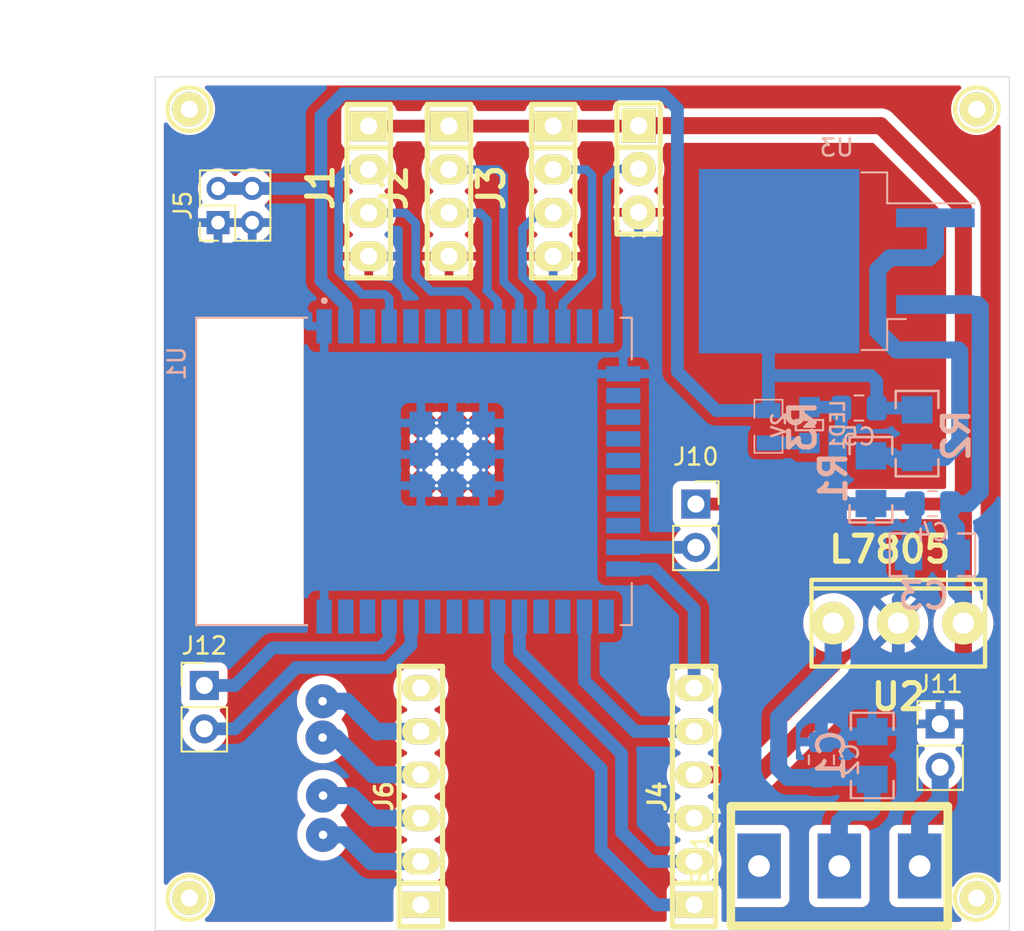
<source format=kicad_pcb>
(kicad_pcb (version 20211014) (generator pcbnew)
  (layers (0 "F.Cu" signal) (31 "B.Cu" signal) (34 "B.Paste" user) (35 "F.Paste" user) (36 "B.SilkS" user "B.Silkscreen") (37 "F.SilkS" user "F.Silkscreen") (38 "B.Mask" user) (39 "F.Mask" user) (44 "Edge.Cuts" user))
  (net 0 "")
  (net 1 "GND")
  (net 2 "+5V")
  (net 3 "/OUT1")
  (net 4 "/OUT2")
  (net 5 "/OUT3")
  (net 6 "/OUT4")
  (net 7 "/Echo")
  (net 8 "/Trig2")
  (net 9 "/Echo2")
  (net 10 "/Trig3")
  (net 11 "/Echo3")
  (net 14 "Net-(LED1-Pad1)")
  (net 15 "/IN1")
  (net 16 "/IN2")
  (net 17 "/IN3")
  (net 18 "+7.5V")
  (net 19 "/OUT_IR1")
  (net 20 "+3V3")
  (net 24 "Net-(R1-Pad1)")
  (net 31 "/BOTON")
  (net 33 "/IN4")
  (net 40 "/TX")
  (net 41 "/RX")
  (net 47 "/Trig1")
  (footprint "Connector_PinHeader_2.00mm:PinHeader_2x02_P2.00mm_Vertical" (layer "F.Cu") (at 143.68 83.54 90)
    (fp_text reference "J5" (at 1 -2.06 90) (layer "F.SilkS"))
    (fp_text value "Alimentadores")
    (fp_line (start -1.06 -1.06) (end 0 -1.06) (layer "F.SilkS") (width 0.12))
    (fp_line (start -1.06 3.06) (end 3.06 3.06) (layer "F.SilkS") (width 0.12))
    (fp_line (start 1 1) (end 1 -1.06) (layer "F.SilkS") (width 0.12))
    (fp_line (start -1.06 1) (end -1.06 3.06) (layer "F.SilkS") (width 0.12))
    (fp_line (start -1.06 1) (end 1 1) (layer "F.SilkS") (width 0.12))
    (fp_line (start -1.06 0) (end -1.06 -1.06) (layer "F.SilkS") (width 0.12))
    (fp_line (start 3.06 -1.06) (end 3.06 3.06) (layer "F.SilkS") (width 0.12))
    (fp_line (start 1 -1.06) (end 3.06 -1.06) (layer "F.SilkS") (width 0.12))
    (pad "1" thru_hole rect (at 0 0 90) (size 1.35 1.35) (drill 0.8) (layers *.Cu *.Mask) (net 1 "GND"))
    (pad "2" thru_hole oval (at 2 0 90) (size 1.35 1.35) (drill 0.8) (layers *.Cu *.Mask) (net 20 "+3V3"))
    (pad "3" thru_hole oval (at 0 2 90) (size 1.35 1.35) (drill 0.8) (layers *.Cu *.Mask) (net 1 "GND"))
    (pad "4" thru_hole oval (at 2 2 90) (size 1.35 1.35) (drill 0.8) (layers *.Cu *.Mask) (net 20 "+3V3"))
  )
  (footprint "Connector_PinHeader_2.54mm:PinHeader_1x02_P2.54mm_Vertical" (layer "F.Cu") (at 185.95 112.9)
    (fp_text reference "J11" (at 0 -2.33) (layer "F.SilkS"))
    (fp_text value "Alimentacion")
    (fp_line (start -1.33 3.87) (end 1.33 3.87) (layer "F.SilkS") (width 0.12))
    (fp_line (start -1.33 0) (end -1.33 -1.33) (layer "F.SilkS") (width 0.12))
    (fp_line (start -1.33 1.27) (end -1.33 3.87) (layer "F.SilkS") (width 0.12))
    (fp_line (start 1.33 1.27) (end 1.33 3.87) (layer "F.SilkS") (width 0.12))
    (fp_line (start -1.33 1.27) (end 1.33 1.27) (layer "F.SilkS") (width 0.12))
    (fp_line (start -1.33 -1.33) (end 0 -1.33) (layer "F.SilkS") (width 0.12))
    (pad "1" thru_hole rect (at 0 0) (size 1.7 1.7) (drill 1) (layers *.Cu *.Mask) (net 1 "GND"))
    (pad "2" thru_hole oval (at 0 2.54) (size 1.7 1.7) (drill 1) (layers *.Cu *.Mask) (net 18 "+7.5V"))
  )
  (footprint "EESTN5:pad_2mm" (layer "F.Cu") (at 188.1 123.1)
    (fp_text reference "H3" hide)
    (fp_text value "Mounting_Hole" hide)
    (fp_circle (center 0 0) (end 1.27 -0.127) (layer "F.SilkS") (width 0.254) (fill none))
    (pad "1" thru_hole circle locked (at 0 0) (size 1.99898 1.99898) (drill 1.00076) (layers *.Cu *.Mask "F.SilkS"))
  )
  (footprint "EESTN5:Pin_Strip_3" (layer "F.Cu") (at 168.3 80.4 -90)
    (fp_text reference "J9" hide)
    (fp_text value "KY_032" hide)
    (fp_line (start -1.27 -1.27) (end -1.27 1.27) (layer "F.SilkS") (width 0.3048))
    (fp_line (start -3.81 -1.27) (end -3.81 1.27) (layer "F.SilkS") (width 0.3048))
    (fp_line (start 3.81 -1.27) (end 3.81 1.27) (layer "F.SilkS") (width 0.3048))
    (fp_line (start -3.81 -1.27) (end 3.81 -1.27) (layer "F.SilkS") (width 0.3048))
    (fp_line (start 3.81 1.27) (end -3.81 1.27) (layer "F.SilkS") (width 0.3048))
    (pad "1" thru_hole rect locked (at -2.54 0 270) (size 2 2) (drill 1) (layers *.Cu *.Mask "F.SilkS") (net 2 "+5V"))
    (pad "2" thru_hole oval locked (at 0 0 270) (size 2 2) (drill 1) (layers *.Cu *.Mask "F.SilkS") (net 19 "/OUT_IR1"))
    (pad "3" thru_hole oval locked (at 2.54 0 270) (size 2 2) (drill 1) (layers *.Cu *.Mask "F.SilkS") (net 1 "GND"))
  )
  (footprint "Connector_PinHeader_2.54mm:PinHeader_1x02_P2.54mm_Vertical" (layer "F.Cu") (at 142.875 110.65)
    (fp_text reference "J12" (at 0 -2.33) (layer "F.SilkS"))
    (fp_text value "Programar")
    (fp_line (start -1.33 0) (end -1.33 -1.33) (layer "F.SilkS") (width 0.12))
    (fp_line (start -1.33 1.27) (end -1.33 3.87) (layer "F.SilkS") (width 0.12))
    (fp_line (start 1.33 1.27) (end 1.33 3.87) (layer "F.SilkS") (width 0.12))
    (fp_line (start -1.33 3.87) (end 1.33 3.87) (layer "F.SilkS") (width 0.12))
    (fp_line (start -1.33 1.27) (end 1.33 1.27) (layer "F.SilkS") (width 0.12))
    (fp_line (start -1.33 -1.33) (end 0 -1.33) (layer "F.SilkS") (width 0.12))
    (pad "1" thru_hole rect (at 0 0) (size 1.7 1.7) (drill 1) (layers *.Cu *.Mask) (net 40 "/TX"))
    (pad "2" thru_hole oval (at 0 2.54) (size 1.7 1.7) (drill 1) (layers *.Cu *.Mask) (net 41 "/RX"))
  )
  (footprint "EESTN5:pad_2mm" (layer "F.Cu") (at 188.1 76.9)
    (fp_text reference "H4" hide)
    (fp_text value "Mounting_Hole" hide)
    (fp_circle (center 0 0) (end 1.27 -0.127) (layer "F.SilkS") (width 0.254) (fill none))
    (pad "1" thru_hole circle locked (at 0 0) (size 1.99898 1.99898) (drill 1.00076) (layers *.Cu *.Mask "F.SilkS"))
  )
  (footprint "EESTN5:Pin_Header_6" (layer "F.Cu") (at 155.55 117.15 90)
    (fp_text reference "J6" (at 0 -2.159 90) (layer "F.SilkS") (effects (font (size 1.016 1.016) (thickness 0.2032))))
    (fp_text value "Output of Drv8833" hide)
    (fp_line (start -7.62 1.27) (end -7.62 -1.27) (layer "F.SilkS") (width 0.3048))
    (fp_line (start -5.08 -1.27) (end -5.08 1.27) (layer "F.SilkS") (width 0.3048))
    (fp_line (start 7.62 -1.27) (end 7.62 1.27) (layer "F.SilkS") (width 0.3048))
    (fp_line (start 7.62 1.27) (end -7.62 1.27) (layer "F.SilkS") (width 0.3048))
    (fp_line (start -7.62 -1.27) (end 7.62 -1.27) (layer "F.SilkS") (width 0.3048))
    (pad "1" thru_hole rect locked (at -6.35 0 90) (size 1.524 2.19964) (drill 1.00076) (layers *.Cu *.Mask "F.SilkS"))
    (pad "2" thru_hole oval locked (at -3.81 0 90) (size 1.524 2.19964) (drill 1.00076) (layers *.Cu *.Mask "F.SilkS") (net 3 "/OUT1"))
    (pad "3" thru_hole oval locked (at -1.27 0 90) (size 1.524 2.19964) (drill 1.00076) (layers *.Cu *.Mask "F.SilkS") (net 4 "/OUT2"))
    (pad "4" thru_hole oval locked (at 1.27 0 90) (size 1.524 2.19964) (drill 1.00076) (layers *.Cu *.Mask "F.SilkS") (net 5 "/OUT3"))
    (pad "5" thru_hole oval locked (at 3.81 0 90) (size 1.524 2.19964) (drill 1.00076) (layers *.Cu *.Mask "F.SilkS") (net 6 "/OUT4"))
    (pad "6" thru_hole oval locked (at 6.35 0 90) (size 1.524 2.19964) (drill 1.00076) (layers *.Cu *.Mask "F.SilkS"))
  )
  (footprint "EESTN5:Pin_Header_6" (layer "F.Cu") (at 171.55 117.15 90)
    (fp_text reference "J4" (at 0 -2.159 90) (layer "F.SilkS") (effects (font (size 1.016 1.016) (thickness 0.2032))))
    (fp_text value "Input of Drv8833" hide)
    (fp_line (start 7.62 -1.27) (end 7.62 1.27) (layer "F.SilkS") (width 0.3048))
    (fp_line (start -5.08 -1.27) (end -5.08 1.27) (layer "F.SilkS") (width 0.3048))
    (fp_line (start -7.62 -1.27) (end 7.62 -1.27) (layer "F.SilkS") (width 0.3048))
    (fp_line (start 7.62 1.27) (end -7.62 1.27) (layer "F.SilkS") (width 0.3048))
    (fp_line (start -7.62 1.27) (end -7.62 -1.27) (layer "F.SilkS") (width 0.3048))
    (pad "1" thru_hole rect locked (at -6.35 0 90) (size 1.524 2.19964) (drill 1.00076) (layers *.Cu *.Mask "F.SilkS") (net 33 "/IN4"))
    (pad "2" thru_hole oval locked (at -3.81 0 90) (size 1.524 2.19964) (drill 1.00076) (layers *.Cu *.Mask "F.SilkS") (net 17 "/IN3"))
    (pad "3" thru_hole oval locked (at -1.27 0 90) (size 1.524 2.19964) (drill 1.00076) (layers *.Cu *.Mask "F.SilkS") (net 1 "GND"))
    (pad "4" thru_hole oval locked (at 1.27 0 90) (size 1.524 2.19964) (drill 1.00076) (layers *.Cu *.Mask "F.SilkS") (net 2 "+5V"))
    (pad "5" thru_hole oval locked (at 3.81 0 90) (size 1.524 2.19964) (drill 1.00076) (layers *.Cu *.Mask "F.SilkS") (net 16 "/IN2"))
    (pad "6" thru_hole oval locked (at 6.35 0 90) (size 1.524 2.19964) (drill 1.00076) (layers *.Cu *.Mask "F.SilkS") (net 15 "/IN1"))
  )
  (footprint "EESTN5:pin_strip_4" (layer "F.Cu") (at 157.2 81.7 -90)
    (fp_text reference "J2" (at -0.2032 3.2258 90) (layer "F.SilkS") (effects (font (size 1.5 1.5) (thickness 0.3))))
    (fp_text value "HC_SRO4" hide)
    (fp_line (start -5.08 -1.27) (end 5.08 -1.27) (layer "F.SilkS") (width 0.3048))
    (fp_line (start -2.54 -1.27) (end -2.54 1.27) (layer "F.SilkS") (width 0.3048))
    (fp_line (start 5.08 -1.27) (end 5.08 1.27) (layer "F.SilkS") (width 0.3048))
    (fp_line (start -5.08 1.27) (end -5.08 -1.27) (layer "F.SilkS") (width 0.3048))
    (fp_line (start 5.08 1.27) (end -5.08 1.27) (layer "F.SilkS") (width 0.3048))
    (pad "1" thru_hole rect locked (at -3.81 0 270) (size 1.75 2.2) (drill 1.00076) (layers *.Cu *.Mask "F.SilkS") (net 2 "+5V"))
    (pad "2" thru_hole oval locked (at -1.27 0 270) (size 1.75 2.2) (drill 1.00076) (layers *.Cu *.Mask "F.SilkS") (net 9 "/Echo2"))
    (pad "3" thru_hole oval locked (at 1.27 0 270) (size 1.75 2.2) (drill 1.00076) (layers *.Cu *.Mask "F.SilkS") (net 8 "/Trig2"))
    (pad "4" thru_hole oval locked (at 3.81 0 270) (size 1.75 2.2) (drill 1.00076) (layers *.Cu *.Mask "F.SilkS") (net 1 "GND"))
  )
  (footprint "EESTN5:to220" (layer "F.Cu") (at 183.5 107)
    (fp_text reference "U2" (at 0 4.318) (layer "F.SilkS") (effects (font (size 1.524 1.524) (thickness 0.3048))))
    (fp_text value "L7805" (at -0.5 -4.318) (layer "F.SilkS") (effects (font (size 1.524 1.524) (thickness 0.3048))))
    (fp_line (start 5.08 -2.54) (end -5.08 -2.54) (layer "F.SilkS") (width 0.254))
    (fp_line (start -5.08 2.54) (end 5.08 2.54) (layer "F.SilkS") (width 0.254))
    (fp_line (start -5.08 -2.032) (end 5.08 -2.032) (layer "F.SilkS") (width 0.254))
    (fp_line (start -5.08 -2.54) (end -5.08 -1.27) (layer "F.SilkS") (width 0.254))
    (fp_line (start -5.08 -1.27) (end -5.08 2.54) (layer "F.SilkS") (width 0.254))
    (fp_line (start 5.08 2.54) (end 5.08 -2.54) (layer "F.SilkS") (width 0.254))
    (pad "1" thru_hole circle locked (at -3.81 0) (size 2.49936 2.49936) (drill 1.24968) (layers *.Cu *.Mask "F.SilkS") (net 18 "+7.5V"))
    (pad "2" thru_hole circle locked (at 0 0) (size 2.49936 2.49936) (drill 1.24968) (layers *.Cu *.Mask "F.SilkS") (net 1 "GND"))
    (pad "3" thru_hole circle locked (at 3.81 0) (size 2.49936 2.49936) (drill 1.24968) (layers *.Cu *.Mask "F.SilkS") (net 2 "+5V"))
  )
  (footprint "EESTN5:pin_strip_4" (layer "F.Cu") (at 152.5 81.7 -90)
    (fp_text reference "J1" (at -0.212702 2.8226 90) (layer "F.SilkS") (effects (font (size 1.5 1.5) (thickness 0.3))))
    (fp_text value "HC_SRO4" hide)
    (fp_line (start -5.08 1.27) (end -5.08 -1.27) (layer "F.SilkS") (width 0.3048))
    (fp_line (start -2.54 -1.27) (end -2.54 1.27) (layer "F.SilkS") (width 0.3048))
    (fp_line (start -5.08 -1.27) (end 5.08 -1.27) (layer "F.SilkS") (width 0.3048))
    (fp_line (start 5.08 1.27) (end -5.08 1.27) (layer "F.SilkS") (width 0.3048))
    (fp_line (start 5.08 -1.27) (end 5.08 1.27) (layer "F.SilkS") (width 0.3048))
    (pad "1" thru_hole rect locked (at -3.81 0 270) (size 1.75 2.2) (drill 1.00076) (layers *.Cu *.Mask "F.SilkS") (net 2 "+5V"))
    (pad "2" thru_hole oval locked (at -1.27 0 270) (size 1.75 2.2) (drill 1.00076) (layers *.Cu *.Mask "F.SilkS") (net 7 "/Echo"))
    (pad "3" thru_hole oval locked (at 1.27 0 270) (size 1.75 2.2) (drill 1.00076) (layers *.Cu *.Mask "F.SilkS") (net 47 "/Trig1"))
    (pad "4" thru_hole oval locked (at 3.81 0 270) (size 1.75 2.2) (drill 1.00076) (layers *.Cu *.Mask "F.SilkS") (net 1 "GND"))
  )
  (footprint "EESTN5:SW_SPDT_TH_Vertical" (layer "F.Cu") (at 180.05 121.225 90)
    (fp_text reference "SW1" (at 0.381 -8.128 90) (layer "F.SilkS"))
    (fp_text value "SW_SPDT" hide)
    (fp_line (start 3.5 -6.35) (end 3.5 6.35) (layer "F.SilkS") (width 0.508))
    (fp_line (start 3.5 -6.35) (end -3.5 -6.35) (layer "F.SilkS") (width 0.5))
    (fp_line (start -3.5 -6.35) (end -3.5 6.35) (layer "F.SilkS") (width 0.5))
    (fp_line (start -3.5 6.35) (end 3.5 6.35) (layer "F.SilkS") (width 0.508))
    (pad "1" thru_hole rect locked (at 0 -4.7 90) (size 3.81 2.54) (drill 1.27) (layers *.Cu *.Mask))
    (pad "2" thru_hole rect locked (at 0 0 90) (size 3.81 2.54) (drill 1.27) (layers *.Cu *.Mask) (net 18 "+7.5V"))
    (pad "3" thru_hole rect locked (at 0 4.7 90) (size 3.81 2.54) (drill 1.27) (layers *.Cu *.Mask) (net 18 "+7.5V"))
  )
  (footprint "EESTN5:pad_2mm" (layer "F.Cu") (at 142 123.1)
    (fp_text reference "H2" hide)
    (fp_text value "Mounting_Hole" hide)
    (fp_circle (center 0 0) (end 1.27 -0.127) (layer "F.SilkS") (width 0.254) (fill none))
    (pad "1" thru_hole circle locked (at 0 0) (size 1.99898 1.99898) (drill 1.00076) (layers *.Cu *.Mask "F.SilkS"))
  )
  (footprint "EESTN5:pin_strip_4" (layer "F.Cu") (at 163.3 81.7 -90)
    (fp_text reference "J3" (at -0.2032 3.6258 90) (layer "F.SilkS") (effects (font (size 1.5 1.5) (thickness 0.3))))
    (fp_text value "HC_SRO4" hide)
    (fp_line (start -5.08 -1.27) (end 5.08 -1.27) (layer "F.SilkS") (width 0.3048))
    (fp_line (start -5.08 1.27) (end -5.08 -1.27) (layer "F.SilkS") (width 0.3048))
    (fp_line (start 5.08 -1.27) (end 5.08 1.27) (layer "F.SilkS") (width 0.3048))
    (fp_line (start -2.54 -1.27) (end -2.54 1.27) (layer "F.SilkS") (width 0.3048))
    (fp_line (start 5.08 1.27) (end -5.08 1.27) (layer "F.SilkS") (width 0.3048))
    (pad "1" thru_hole rect locked (at -3.81 0 270) (size 1.75 2.2) (drill 1.00076) (layers *.Cu *.Mask "F.SilkS") (net 2 "+5V"))
    (pad "2" thru_hole oval locked (at -1.27 0 270) (size 1.75 2.2) (drill 1.00076) (layers *.Cu *.Mask "F.SilkS") (net 11 "/Echo3"))
    (pad "3" thru_hole oval locked (at 1.27 0 270) (size 1.75 2.2) (drill 1.00076) (layers *.Cu *.Mask "F.SilkS") (net 10 "/Trig3"))
    (pad "4" thru_hole oval locked (at 3.81 0 270) (size 1.75 2.2) (drill 1.00076) (layers *.Cu *.Mask "F.SilkS") (net 1 "GND"))
  )
  (footprint "EESTN5:pad_2mm" (layer "F.Cu") (at 142 76.9)
    (fp_text reference "H1" hide)
    (fp_text value "Mounting_Hole" hide)
    (fp_circle (center 0 0) (end 1.27 -0.127) (layer "F.SilkS") (width 0.254) (fill none))
    (pad "1" thru_hole circle locked (at 0 0) (size 1.99898 1.99898) (drill 1.00076) (layers *.Cu *.Mask "F.SilkS"))
  )
  (footprint "Connector_PinSocket_2.54mm:PinSocket_1x02_P2.54mm_Vertical" (layer "F.Cu") (at 171.65 100.025)
    (fp_text reference "J10" (at 0 -2.77) (layer "F.SilkS"))
    (fp_text value "BOTON")
    (fp_line (start 0 -1.33) (end 1.33 -1.33) (layer "F.SilkS") (width 0.12))
    (fp_line (start -1.33 1.27) (end -1.33 3.87) (layer "F.SilkS") (width 0.12))
    (fp_line (start 1.33 1.27) (end 1.33 3.87) (layer "F.SilkS") (width 0.12))
    (fp_line (start -1.33 1.27) (end 1.33 1.27) (layer "F.SilkS") (width 0.12))
    (fp_line (start 1.33 -1.33) (end 1.33 0) (layer "F.SilkS") (width 0.12))
    (fp_line (start -1.33 3.87) (end 1.33 3.87) (layer "F.SilkS") (width 0.12))
    (pad "1" thru_hole rect (at 0 0) (size 1.7 1.7) (drill 1) (layers *.Cu *.Mask) (net 2 "+5V"))
    (pad "2" thru_hole oval (at 0 2.54) (size 1.7 1.7) (drill 1) (layers *.Cu *.Mask) (net 31 "/BOTON"))
  )
  (footprint "Chip:MODULE_ESP32-WROOM-32" (layer "B.Cu") (at 155.15 98.1125 -90)
    (fp_text reference "U1" (at -6.325 13.885 90) (layer "B.SilkS") (effects (justify mirror)))
    (fp_text value "ESP32-WROOM-32")
    (fp_line (start -9 6.25) (end -9 12.75) (layer "B.SilkS") (width 0.127))
    (fp_line (start 6.55 -12.75) (end 9 -12.75) (layer "B.SilkS") (width 0.127))
    (fp_line (start 9 -12.75) (end 9 -12.1) (layer "B.SilkS") (width 0.127))
    (fp_line (start -9 12.75) (end 9 12.75) (layer "B.SilkS") (width 0.127))
    (fp_line (start -9 -12.1) (end -9 -12.75) (layer "B.SilkS") (width 0.127))
    (fp_line (start 9 12.75) (end 9 6.25) (layer "B.SilkS") (width 0.127))
    (fp_line (start -9 -12.75) (end -6.55 -12.75) (layer "B.SilkS") (width 0.127))
    (fp_circle (center -10 5.25) (end -9.9 5.25) (layer "B.SilkS") (width 0.2) (fill none))
    (pad "1" smd rect locked (at -8.5 5.26 270) (size 2 0.9) (layers "B.Cu" "B.Paste" "B.Mask") (net 1 "GND"))
    (pad "2" smd rect locked (at -8.5 3.99 270) (size 2 0.9) (layers "B.Cu" "B.Paste" "B.Mask") (net 20 "+3V3"))
    (pad "3" smd rect locked (at -8.5 2.72 270) (size 2 0.9) (layers "B.Cu" "B.Paste" "B.Mask"))
    (pad "4" smd rect locked (at -8.5 1.45 270) (size 2 0.9) (layers "B.Cu" "B.Paste" "B.Mask") (net 7 "/Echo"))
    (pad "5" smd rect locked (at -8.5 0.18 270) (size 2 0.9) (layers "B.Cu" "B.Paste" "B.Mask"))
    (pad "6" smd rect locked (at -8.5 -1.09 270) (size 2 0.9) (layers "B.Cu" "B.Paste" "B.Mask"))
    (pad "7" smd rect locked (at -8.5 -2.36 270) (size 2 0.9) (layers "B.Cu" "B.Paste" "B.Mask"))
    (pad "8" smd rect locked (at -8.5 -3.63 270) (size 2 0.9) (layers "B.Cu" "B.Paste" "B.Mask") (net 47 "/Trig1"))
    (pad "9" smd rect locked (at -8.5 -4.9 270) (size 2 0.9) (layers "B.Cu" "B.Paste" "B.Mask") (net 8 "/Trig2"))
    (pad "10" smd rect locked (at -8.5 -6.17 270) (size 2 0.9) (layers "B.Cu" "B.Paste" "B.Mask") (net 9 "/Echo2"))
    (pad "11" smd rect locked (at -8.5 -7.44 270) (size 2 0.9) (layers "B.Cu" "B.Paste" "B.Mask") (net 10 "/Trig3"))
    (pad "12" smd rect locked (at -8.5 -8.71 270) (size 2 0.9) (layers "B.Cu" "B.Paste" "B.Mask") (net 11 "/Echo3"))
    (pad "13" smd rect locked (at -8.5 -9.98 270) (size 2 0.9) (layers "B.Cu" "B.Paste" "B.Mask"))
    (pad "14" smd rect locked (at -8.5 -11.25 270) (size 2 0.9) (layers "B.Cu" "B.Paste" "B.Mask") (net 19 "/OUT_IR1"))
    (pad "15" smd rect locked (at -5.715 -12.25 270) (size 0.9 2) (layers "B.Cu" "B.Paste" "B.Mask") (net 1 "GND"))
    (pad "16" smd rect locked (at -4.445 -12.25 270) (size 0.9 2) (layers "B.Cu" "B.Paste" "B.Mask"))
    (pad "17" smd rect locked (at -3.175 -12.25 270) (size 0.9 2) (layers "B.Cu" "B.Paste" "B.Mask"))
    (pad "18" smd rect locked (at -1.905 -12.25 270) (size 0.9 2) (layers "B.Cu" "B.Paste" "B.Mask"))
    (pad "19" smd rect locked (at -0.635 -12.25 270) (size 0.9 2) (layers "B.Cu" "B.Paste" "B.Mask"))
    (pad "20" smd rect locked (at 0.635 -12.25 270) (size 0.9 2) (layers "B.Cu" "B.Paste" "B.Mask"))
    (pad "21" smd rect locked (at 1.905 -12.25 270) (size 0.9 2) (layers "B.Cu" "B.Paste" "B.Mask"))
    (pad "22" smd rect locked (at 3.175 -12.25 270) (size 0.9 2) (layers "B.Cu" "B.Paste" "B.Mask"))
    (pad "23" smd rect locked (at 4.445 -12.25 270) (size 0.9 2) (layers "B.Cu" "B.Paste" "B.Mask") (net 31 "/BOTON"))
    (pad "24" smd rect locked (at 5.715 -12.25 270) (size 0.9 2) (layers "B.Cu" "B.Paste" "B.Mask") (net 15 "/IN1"))
    (pad "25" smd rect locked (at 8.5 -11.25 270) (size 2 0.9) (layers "B.Cu" "B.Paste" "B.Mask"))
    (pad "26" smd rect locked (at 8.5 -9.98 270) (size 2 0.9) (layers "B.Cu" "B.Paste" "B.Mask") (net 16 "/IN2"))
    (pad "27" smd rect locked (at 8.5 -8.71 270) (size 2 0.9) (layers "B.Cu" "B.Paste" "B.Mask"))
    (pad "28" smd rect locked (at 8.5 -7.44 270) (size 2 0.9) (layers "B.Cu" "B.Paste" "B.Mask"))
    (pad "29" smd rect locked (at 8.5 -6.17 270) (size 2 0.9) (layers "B.Cu" "B.Paste" "B.Mask") (net 17 "/IN3"))
    (pad "30" smd rect locked (at 8.5 -4.9 270) (size 2 0.9) (layers "B.Cu" "B.Paste" "B.Mask") (net 33 "/IN4"))
    (pad "31" smd rect locked (at 8.5 -3.63 270) (size 2 0.9) (layers "B.Cu" "B.Paste" "B.Mask"))
    (pad "32" smd rect locked (at 8.5 -2.36 270) (size 2 0.9) (layers "B.Cu" "B.Paste" "B.Mask"))
    (pad "33" smd rect locked (at 8.5 -1.09 270) (size 2 0.9) (layers "B.Cu" "B.Paste" "B.Mask"))
    (pad "34" smd rect locked (at 8.5 0.18 270) (size 2 0.9) (layers "B.Cu" "B.Paste" "B.Mask") (net 41 "/RX"))
    (pad "35" smd rect locked (at 8.5 1.45 270) (size 2 0.9) (layers "B.Cu" "B.Paste" "B.Mask") (net 40 "/TX"))
    (pad "36" smd rect locked (at 8.5 2.72 270) (size 2 0.9) (layers "B.Cu" "B.Paste" "B.Mask"))
    (pad "37" smd rect locked (at 8.5 3.99 270) (size 2 0.9) (layers "B.Cu" "B.Paste" "B.Mask"))
    (pad "38" smd rect locked (at 8.5 5.26 270) (size 2 0.9) (layers "B.Cu" "B.Paste" "B.Mask") (net 1 "GND"))
    (pad "39_1" smd rect locked (at -2.835 -0.405 270) (size 1.33 1.33) (layers "B.Cu" "B.Paste" "B.Mask") (net 1 "GND"))
    (pad "39_2" smd rect locked (at -1 -0.405 270) (size 1.33 1.33) (layers "B.Cu" "B.Paste" "B.Mask") (net 1 "GND"))
    (pad "39_3" smd rect locked (at 0.835 -0.405 270) (size 1.33 1.33) (layers "B.Cu" "B.Paste" "B.Mask") (net 1 "GND"))
    (pad "39_4" smd rect locked (at -2.835 -2.24 270) (size 1.33 1.33) (layers "B.Cu" "B.Paste" "B.Mask") (net 1 "GND"))
    (pad "39_5" smd rect locked (at -1 -2.24 270) (size 1.33 1.33) (layers "B.Cu" "B.Paste" "B.Mask") (net 1 "GND"))
    (pad "39_6" smd rect locked (at 0.835 -2.24 270) (size 1.33 1.33) (layers "B.Cu" "B.Paste" "B.Mask") (net 1 "GND"))
    (pad "39_7" smd rect locked (at -2.835 -4.075 270) (size 1.33 1.33) (layers "B.Cu" "B.Paste" "B.Mask") (net 1 "GND"))
    (pad "39_8" smd rect locked (at -1 -4.075 270) (size 1.33 1.33) (layers "B.Cu" "B.Paste" "B.Mask") (net 1 "GND"))
    (pad "39_9" smd rect locked (at 0.835 -4.075 270) (size 1.33 1.33) (layers "B.Cu" "B.Paste" "B.Mask") (net 1 "GND"))
    (pad "39_10" thru_hole circle locked (at -1.9175 -0.405 270) (size 0.3 0.3) (drill 0.2) (layers *.Cu *.Mask) (net 1 "GND"))
    (pad "39_11" thru_hole circle locked (at -0.0825 -0.405 270) (size 0.3 0.3) (drill 0.2) (layers *.Cu *.Mask) (net 1 "GND"))
    (pad "39_12" thru_hole circle locked (at -2.835 -1.3225 270) (size 0.3 0.3) (drill 0.2) (layers *.Cu *.Mask) (net 1 "GND"))
    (pad "39_13" thru_hole circle locked (at -1 -1.3225 270) (size 0.3 0.3) (drill 0.2) (layers *.Cu *.Mask) (net 1 "GND"))
    (pad "39_14" thru_hole circle locked (at 0.835 -1.3225 270) (size 0.3 0.3) (drill 0.2) (layers *.Cu *.Mask) (net 1 "GND"))
    (pad "39_15" thru_hole circle locked (at -1.9175 -2.24 270) (size 0.3 0.3) (drill 0.2) (layers *.Cu *.Mask) (net 1 "GND"))
    (pad "39_16" thru_hole circle locked (at -0.0825 -2.24 270) (size 0.3 0.3) (drill 0.2) (layers *.Cu *.Mask) (net 1 "GND"))
    (pad "39_17" thru_hole circle locked (at -2.835 -3.1575 270) (size 0.3 0.3) (drill 0.2) (layers *.Cu *.Mask) (net 1 "GND"))
    (pad "39_18" thru_hole circle locked (at -1 -3.1575 270) (size 0.3 0.3) (drill 0.2) (layers *.Cu *.Mask) (net 1 "GND"))
    (pad "39_19" thru_hole circle locked (at 0.835 -3.1575 270) (size 0.3 0.3) (drill 0.2) (layers *.Cu *.Mask) (net 1 "GND"))
    (pad "39_20" thru_hole circle locked (at -1.9175 -4.075 270) (size 0.3 0.3) (drill 0.2) (layers *.Cu *.Mask) (net 1 "GND"))
    (pad "39_21" thru_hole circle locked (at -0.0825 -4.075 270) (size 0.3 0.3) (drill 0.2) (layers *.Cu *.Mask) (net 1 "GND"))
    (zone (net 0) (net_name "") (layer "F.Cu") (connect_pads (clearance 0)) (min_thickness 0.01)
      (keepout (tracks not_allowed) (vias not_allowed) (pads not_allowed) (copperpour not_allowed) (footprints allowed))
      (fill (thermal_gap 0.508) (thermal_bridge_width 0.508))
      (polygon (pts (xy 142.4 89.1125) (xy 142.4 107.1125) (xy 148.7 107.1125) (xy 148.7 89.1125)))
    )
    (zone (net 0) (net_name "") (layer "B.Cu") (connect_pads (clearance 0)) (min_thickness 0.01)
      (keepout (tracks not_allowed) (vias not_allowed) (pads not_allowed) (copperpour not_allowed) (footprints allowed))
      (fill (thermal_gap 0.508) (thermal_bridge_width 0.508))
      (polygon (pts (xy 142.4 89.1125) (xy 142.4 107.1125) (xy 148.7 107.1125) (xy 148.7 89.1125)))
    )
  )
  (footprint "Package_TO_SOT_SMD:TO-263-2" (layer "B.Cu") (at 179.9 85.8 180)
    (fp_text reference "U3" (at 0 6.65) (layer "B.SilkS") (effects (justify mirror)))
    (fp_text value "LM317_TO-263")
    (fp_line (start -1.45 5.2) (end -2.95 5.2) (layer "B.SilkS") (width 0.12))
    (fp_line (start -2.95 -5.2) (end -2.95 -3.39) (layer "B.SilkS") (width 0.12))
    (fp_line (start -2.95 3.39) (end -8.075 3.39) (layer "B.SilkS") (width 0.12))
    (fp_line (start -1.45 -5.2) (end -2.95 -5.2) (layer "B.SilkS") (width 0.12))
    (fp_line (start -2.95 5.2) (end -2.95 3.39) (layer "B.SilkS") (width 0.12))
    (fp_line (start -2.95 -3.39) (end -4.05 -3.39) (layer "B.SilkS") (width 0.12))
    (pad "1" smd rect (at -5.775 2.54 180) (size 4.6 1.1) (layers "B.Cu" "B.Paste" "B.Mask") (net 24 "Net-(R1-Pad1)"))
    (pad "2" smd rect (at 3.375 0 180) (size 9.4 10.8) (layers "B.Cu" "B.Mask") (net 20 "+3V3"))
    (pad "3" smd rect (at -5.775 -2.54 180) (size 4.6 1.1) (layers "B.Cu" "B.Paste" "B.Mask") (net 2 "+5V"))
  )
  (footprint "EESTN5:R_0805" (layer "B.Cu") (at 175.9 95.5 90)
    (fp_text reference "R3" (at 0 2 90) (layer "B.SilkS") (effects (font (size 1.5 1.5) (thickness 0.3)) (justify mirror)))
    (fp_text value "1K" hide)
    (fp_line (start 0.508 0.8255) (end 1.5875 0.8255) (layer "B.SilkS") (width 0.09906))
    (fp_line (start -1.524 0.8255) (end -0.508 0.8255) (layer "B.SilkS") (width 0.09906))
    (fp_line (start 1.5875 0.8255) (end 1.5875 -0.8255) (layer "B.SilkS") (width 0.09906))
    (fp_line (start -0.508 -0.8255) (end -1.524 -0.8255) (layer "B.SilkS") (width 0.09906))
    (fp_line (start 1.5875 -0.8255) (end 0.508 -0.8255) (layer "B.SilkS") (width 0.09906))
    (fp_line (start -1.524 -0.8255) (end -1.524 0.8255) (layer "B.SilkS") (width 0.09906))
    (pad "1" smd rect locked (at -0.9525 0 90) (size 0.889 1.397) (layers "B.Cu" "B.Paste" "B.Mask") (net 14 "Net-(LED1-Pad1)"))
    (pad "2" smd rect locked (at 0.9525 0 90) (size 0.889 1.397) (layers "B.Cu" "B.Paste" "B.Mask") (net 20 "+3V3"))
  )
  (footprint "EESTN5:R_1206" (layer "B.Cu") (at 181.9 98.6 90)
    (fp_text reference "R1" (at 0.1 -2.2 90) (layer "B.SilkS") (effects (font (size 1.5 1.5) (thickness 0.3)) (justify mirror)))
    (fp_text value "R" hide)
    (fp_line (start -2.5 -1.25) (end -1.5 -1.25) (layer "B.SilkS") (width 0.15))
    (fp_line (start -2.5 1.25) (end -2.5 -1.25) (layer "B.SilkS") (width 0.15))
    (fp_line (start -1.5 1.25) (end -2.5 1.25) (layer "B.SilkS") (width 0.15))
    (fp_line (start 2.5 -1.25) (end 2.5 1.25) (layer "B.SilkS") (width 0.15))
    (fp_line (start 1.5 1.25) (end 2.5 1.25) (layer "B.SilkS") (width 0.15))
    (fp_line (start 1.5 -1.25) (end 2.5 -1.25) (layer "B.SilkS") (width 0.15))
    (pad "1" smd rect locked (at 1.397 0 90) (size 1.6002 1.8034) (layers "B.Cu" "B.Paste" "B.Mask") (net 24 "Net-(R1-Pad1)"))
    (pad "2" smd rect locked (at -1.397 0 90) (size 1.6002 1.8034) (layers "B.Cu" "B.Paste" "B.Mask") (net 1 "GND"))
  )
  (footprint "EESTN5:R_1206" (layer "B.Cu") (at 184.6 95.9 -90)
    (fp_text reference "R2" (at 0.1 -2.3 90) (layer "B.SilkS") (effects (font (size 1.5 1.5) (thickness 0.3)) (justify mirror)))
    (fp_text value "R" hide)
    (fp_line (start 2.5 -1.25) (end 2.5 1.25) (layer "B.SilkS") (width 0.15))
    (fp_line (start -2.5 -1.25) (end -1.5 -1.25) (layer "B.SilkS") (width 0.15))
    (fp_line (start 1.5 -1.25) (end 2.5 -1.25) (layer "B.SilkS") (width 0.15))
    (fp_line (start -1.5 1.25) (end -2.5 1.25) (layer "B.SilkS") (width 0.15))
    (fp_line (start -2.5 1.25) (end -2.5 -1.25) (layer "B.SilkS") (width 0.15))
    (fp_line (start 1.5 1.25) (end 2.5 1.25) (layer "B.SilkS") (width 0.15))
    (pad "1" smd rect locked (at 1.397 0 270) (size 1.6002 1.8034) (layers "B.Cu" "B.Paste" "B.Mask") (net 24 "Net-(R1-Pad1)"))
    (pad "2" smd rect locked (at -1.397 0 270) (size 1.6002 1.8034) (layers "B.Cu" "B.Paste" "B.Mask") (net 20 "+3V3"))
  )
  (footprint "Capacitor_SMD:C_0805_2012Metric_Pad1.18x1.45mm_HandSolder" (layer "B.Cu") (at 185.5 100)
    (fp_text reference "C4" (at 0 1.68) (layer "B.SilkS") (effects (justify mirror)))
    (fp_text value "10uF")
    (fp_line (start -0.261252 -0.735) (end 0.261252 -0.735) (layer "B.SilkS") (width 0.12))
    (fp_line (start -0.261252 0.735) (end 0.261252 0.735) (layer "B.SilkS") (width 0.12))
    (pad "1" smd roundrect (at -1.0375 0) (size 1.175 1.45) (layers "B.Cu" "B.Paste" "B.Mask") (roundrect_rratio 0.212766) (net 1 "GND"))
    (pad "2" smd roundrect (at 1.0375 0) (size 1.175 1.45) (layers "B.Cu" "B.Paste" "B.Mask") (roundrect_rratio 0.212766) (net 2 "+5V"))
  )
  (footprint "Capacitor_SMD:C_0805_2012Metric_Pad1.18x1.45mm_HandSolder" (layer "B.Cu") (at 181.2 94.4)
    (fp_text reference "C5" (at 0 1.68) (layer "B.SilkS") (effects (justify mirror)))
    (fp_text value "10uF")
    (fp_line (start -0.261252 0.735) (end 0.261252 0.735) (layer "B.SilkS") (width 0.12))
    (fp_line (start -0.261252 -0.735) (end 0.261252 -0.735) (layer "B.SilkS") (width 0.12))
    (pad "1" smd roundrect (at -1.0375 0) (size 1.175 1.45) (layers "B.Cu" "B.Paste" "B.Mask") (roundrect_rratio 0.212766) (net 1 "GND"))
    (pad "2" smd roundrect (at 1.0375 0) (size 1.175 1.45) (layers "B.Cu" "B.Paste" "B.Mask") (roundrect_rratio 0.212766) (net 20 "+3V3"))
  )
  (footprint "Capacitor_SMD:C_0805_2012Metric_Pad1.18x1.45mm_HandSolder" (layer "B.Cu") (at 179 115 90)
    (fp_text reference "C2" (at 0 1.68 90) (layer "B.SilkS") (effects (justify mirror)))
    (fp_text value "10uF")
    (fp_line (start -0.261252 -0.735) (end 0.261252 -0.735) (layer "B.SilkS") (width 0.12))
    (fp_line (start -0.261252 0.735) (end 0.261252 0.735) (layer "B.SilkS") (width 0.12))
    (pad "1" smd roundrect (at -1.0375 0 90) (size 1.175 1.45) (layers "B.Cu" "B.Paste" "B.Mask") (roundrect_rratio 0.212766) (net 18 "+7.5V"))
    (pad "2" smd roundrect (at 1.0375 0 90) (size 1.175 1.45) (layers "B.Cu" "B.Paste" "B.Mask") (roundrect_rratio 0.212766) (net 1 "GND"))
  )
  (footprint "EESTN5:C_1206" (layer "B.Cu") (at 185.5 103)
    (fp_text reference "C3" (at -0.5 2.4) (layer "B.SilkS") (effects (font (size 1.524 1.524) (thickness 0.254)) (justify mirror)))
    (fp_text value "220uF" hide)
    (fp_line (start 2.5 -1.25) (end 2.5 1.25) (layer "B.SilkS") (width 0.127))
    (fp_line (start 1.5 1.25) (end 2.5 1.25) (layer "B.SilkS") (width 0.15))
    (fp_line (start -2.5 1.25) (end -2.5 -1.25) (layer "B.SilkS") (width 0.127))
    (fp_line (start 1.5 -1.25) (end 2.5 -1.25) (layer "B.SilkS") (width 0.15))
    (fp_line (start -1.5 1.25) (end -2.5 1.25) (layer "B.SilkS") (width 0.15))
    (fp_line (start -1.5 -1.25) (end -2.5 -1.25) (layer "B.SilkS") (width 0.15))
    (pad "1" smd rect locked (at 1.397 0) (size 1.6002 1.8034) (layers "B.Cu" "B.Paste" "B.Mask") (net 2 "+5V"))
    (pad "2" smd rect locked (at -1.397 0) (size 1.6002 1.8034) (layers "B.Cu" "B.Paste" "B.Mask") (net 1 "GND"))
  )
  (footprint "EESTN5:Led_0805" (layer "B.Cu") (at 178.3 95.4 90)
    (fp_text reference "LED1" (at 0 1.651 90) (layer "B.SilkS") (effects (font (size 0.8001 0.8001) (thickness 0.14986)) (justify mirror)))
    (fp_text value "2V" (at 0 -1.80086 90) (layer "B.SilkS") (effects (font (size 0.8001 0.8001) (thickness 0.14986)) (justify mirror)))
    (fp_line (start -0.09906 0.29972) (end -0.09906 -0.29972) (layer "B.SilkS") (width 0.127))
    (fp_line (start 0.09906 -0.09906) (end 0.09906 0.09906) (layer "B.SilkS") (width 0.127))
    (fp_line (start 0 0.20066) (end 0 -0.20066) (layer "B.SilkS") (width 0.127))
    (fp_line (start 0.29972 -0.8001) (end 0.29972 0.8001) (layer "B.SilkS") (width 0.127))
    (fp_line (start -0.09906 -0.29972) (end 0.20066 0) (layer "B.SilkS") (width 0.127))
    (fp_line (start -0.29972 0.8001) (end -0.29972 -0.8001) (layer "B.SilkS") (width 0.127))
    (fp_line (start 0.3 -0.8) (end -0.3 -0.8) (layer "B.SilkS") (width 0.127))
    (fp_line (start 0.20066 0) (end -0.09906 0.29972) (layer "B.SilkS") (width 0.127))
    (fp_line (start -0.3 0.8) (end 0.3 0.8) (layer "B.SilkS") (width 0.127))
    (pad "1" smd rect locked (at -1.04902 0 90) (size 1.19888 1.19888) (layers "B.Cu" "B.Paste" "B.Mask") (net 14 "Net-(LED1-Pad1)"))
    (pad "2" smd rect locked (at 1.04902 0 90) (size 1.19888 1.19888) (layers "B.Cu" "B.Paste" "B.Mask") (net 1 "GND"))
  )
  (footprint "EESTN5:C_1206" (layer "B.Cu") (at 181.975 114.75 -90)
    (fp_text reference "C1" (at 0 2.4 90) (layer "B.SilkS") (effects (font (size 1.524 1.524) (thickness 0.254)) (justify mirror)))
    (fp_text value "220uF" hide)
    (fp_line (start 1.5 1.25) (end 2.5 1.25) (layer "B.SilkS") (width 0.15))
    (fp_line (start -2.5 1.25) (end -2.5 -1.25) (layer "B.SilkS") (width 0.127))
    (fp_line (start -1.5 -1.25) (end -2.5 -1.25) (layer "B.SilkS") (width 0.15))
    (fp_line (start 1.5 -1.25) (end 2.5 -1.25) (layer "B.SilkS") (width 0.15))
    (fp_line (start 2.5 -1.25) (end 2.5 1.25) (layer "B.SilkS") (width 0.127))
    (fp_line (start -1.5 1.25) (end -2.5 1.25) (layer "B.SilkS") (width 0.15))
    (pad "1" smd rect locked (at 1.397 0 270) (size 1.6002 1.8034) (layers "B.Cu" "B.Paste" "B.Mask") (net 18 "+7.5V"))
    (pad "2" smd rect locked (at -1.397 0 270) (size 1.6002 1.8034) (layers "B.Cu" "B.Paste" "B.Mask") (net 1 "GND"))
  )
  (gr_line (start 140 75) (end 190 75) (layer "Edge.Cuts") (width 0.05))
  (gr_line (start 190 125) (end 140 125) (layer "Edge.Cuts") (width 0.05))
  (gr_line (start 140 125) (end 140 75) (layer "Edge.Cuts") (width 0.05))
  (gr_line (start 190 75) (end 190 125) (layer "Edge.Cuts") (width 0.05))
  (segment (start 180.497 99.997) (end 181.9 99.997) (width 0.75) (layer "B.Cu") (net 1))
  (segment (start 184.103 101.397) (end 184.5 101) (width 0.75) (layer "B.Cu") (net 1))
  (segment (start 180.1625 95.7375) (end 179.9 96) (width 0.75) (layer "B.Cu") (net 1))
  (segment (start 181.875 109.35) (end 182.975 109.35) (width 0.75) (layer "B.Cu") (net 1))
  (segment (start 179 113.9625) (end 179 112.225) (width 0.75) (layer "B.Cu") (net 1))
  (segment (start 148.95002 88.99002) (end 148.95002 89.59) (width 0.5) (layer "B.Cu") (net 1))
  (segment (start 181.9 99.997) (end 184.4595 99.997) (width 0.75) (layer "B.Cu") (net 1))
  (segment (start 179.9 99.4) (end 180.497 99.997) (width 0.75) (layer "B.Cu") (net 1))
  (segment (start 180.5 113.5) (end 181.897 113.5) (width 0.75) (layer "B.Cu") (net 1))
  (segment (start 180.0375 113.9625) (end 180.5 113.5) (width 0.75) (layer "B.Cu") (net 1))
  (segment (start 182.975 109.35) (end 183.5 108.825) (width 0.75) (layer "B.Cu") (net 1))
  (segment (start 146.95 87.73) (end 147.69 87.73) (width 0.5) (layer "B.Cu") (net 1))
  (segment (start 148.95002 89.59) (end 148.97252 89.6125) (width 0.5) (layer "B.Cu") (net 1))
  (segment (start 181.897 113.5) (end 182 113.603) (width 0.75) (layer "B.Cu") (net 1))
  (segment (start 178.3 94.35098) (end 180.11348 94.35098) (width 0.75) (layer "B.Cu") (net 1))
  (segment (start 179.9 96) (end 179.9 97.9) (width 0.75) (layer "B.Cu") (net 1))
  (segment (start 180.1625 94.4) (end 180.1625 95.7375) (width 0.75) (layer "B.Cu") (net 1))
  (segment (start 184.5 100.0375) (end 184.4625 100) (width 0.75) (layer "B.Cu") (net 1))
  (segment (start 180.11348 94.35098) (end 180.1625 94.4) (width 0.75) (layer "B.Cu") (net 1))
  (segment (start 147.69 87.73) (end 148.95002 88.99002) (width 0.5) (layer "B.Cu") (net 1))
  (segment (start 148.97252 89.6125) (end 149.89 89.6125) (width 0.5) (layer "B.Cu") (net 1))
  (segment (start 179 113.9625) (end 180.0375 113.9625) (width 0.75) (layer "B.Cu") (net 1))
  (segment (start 179.9 97.9) (end 179.9 99.4) (width 0.75) (layer "B.Cu") (net 1))
  (segment (start 145.68 83.54) (end 145.68 86.46) (width 0.5) (layer "B.Cu") (net 1))
  (segment (start 184.5 101) (end 184.5 100.0375) (width 0.75) (layer "B.Cu") (net 1))
  (segment (start 145.68 86.46) (end 146.95 87.73) (width 0.5) (layer "B.Cu") (net 1))
  (segment (start 183.5 105.6) (end 184.103 104.997) (width 0.75) (layer "B.Cu") (net 1))
  (segment (start 183.5 108.825) (end 183.5 107) (width 0.75) (layer "B.Cu") (net 1))
  (segment (start 184.4595 99.997) (end 184.4625 100) (width 0.75) (layer "B.Cu") (net 1))
  (segment (start 143.68 83.54) (end 145.68 83.54) (width 0.5) (layer "B.Cu") (net 1))
  (segment (start 184.103 104.997) (end 184.103 103) (width 0.75) (layer "B.Cu") (net 1))
  (segment (start 179 112.225) (end 181.875 109.35) (width 0.75) (layer "B.Cu") (net 1))
  (segment (start 184.103 103) (end 184.103 101.397) (width 0.75) (layer "B.Cu") (net 1))
  (segment (start 183.5 107) (end 183.5 105.6) (width 0.75) (layer "B.Cu") (net 1))
  (segment (start 186.4 109.9) (end 187.31 108.99) (width 1) (layer "F.Cu") (net 2))
  (segment (start 187.31 100.165) (end 187.31 82.71) (width 1) (layer "F.Cu") (net 2))
  (segment (start 182.46 77.86) (end 168.3 77.86) (width 1) (layer "F.Cu") (net 2))
  (segment (start 171.55 115.88) (end 175.32 115.88) (width 1) (layer "F.Cu") (net 2))
  (segment (start 187.17 100.025) (end 187.31 100.165) (width 0.75) (layer "F.Cu") (net 2))
  (segment (start 163.3 77.89) (end 168.27 77.89) (width 0.75) (layer "F.Cu") (net 2))
  (segment (start 163.3 77.89) (end 157.2 77.89) (width 0.75) (layer "F.Cu") (net 2))
  (segment (start 175.32 115.88) (end 181.3 109.9) (width 1) (layer "F.Cu") (net 2))
  (segment (start 187.31 82.71) (end 182.46 77.86) (width 1) (layer "F.Cu") (net 2))
  (segment (start 187.31 108.99) (end 187.31 107) (width 1) (layer "F.Cu") (net 2))
  (segment (start 187.31 107) (end 187.31 100.165) (width 1) (layer "F.Cu") (net 2))
  (segment (start 171.65 100.025) (end 187.17 100.025) (width 0.75) (layer "F.Cu") (net 2))
  (segment (start 181.3 109.9) (end 186.4 109.9) (width 1) (layer "F.Cu") (net 2))
  (segment (start 152.5 77.89) (end 157.2 77.89) (width 0.75) (layer "F.Cu") (net 2))
  (segment (start 168.27 77.89) (end 168.3 77.86) (width 0.75) (layer "F.Cu") (net 2))
  (segment (start 186.897 105.097) (end 186.897 103) (width 1) (layer "B.Cu") (net 2))
  (segment (start 186.897 103) (end 186.897 101.397) (width 1) (layer "B.Cu") (net 2))
  (segment (start 186.5375 100) (end 187.6 100) (width 1) (layer "B.Cu") (net 2))
  (segment (start 186.5 101) (end 186.5 100.0375) (width 1) (layer "B.Cu") (net 2))
  (segment (start 186.897 101.397) (end 186.5 101) (width 1) (layer "B.Cu") (net 2))
  (segment (start 188.29952 88.49952) (end 188.14 88.34) (width 1) (layer "B.Cu") (net 2))
  (segment (start 187.31 107) (end 187.31 105.51) (width 1) (layer "B.Cu") (net 2))
  (segment (start 188.29952 99.30048) (end 188.29952 88.49952) (width 1) (layer "B.Cu") (net 2))
  (segment (start 187.6 100) (end 188.29952 99.30048) (width 1) (layer "B.Cu") (net 2))
  (segment (start 187.31 105.51) (end 186.897 105.097) (width 1) (layer "B.Cu") (net 2))
  (segment (start 186.5 100.0375) (end 186.5375 100) (width 1) (layer "B.Cu") (net 2))
  (segment (start 188.14 88.34) (end 185.675 88.34) (width 1) (layer "B.Cu") (net 2))
  (via (at 149.825 119.4) (size 2) (drill 0.5) (layers "F.Cu" "B.Cu") (net 3))
  (segment (start 151.075 119.4) (end 152.635 120.96) (width 1) (layer "B.Cu") (net 3))
  (segment (start 152.635 120.96) (end 155.55 120.96) (width 1) (layer "B.Cu") (net 3))
  (segment (start 149.825 119.4) (end 151.075 119.4) (width 1) (layer "B.Cu") (net 3))
  (via (at 149.825 117.1) (size 2) (drill 0.5) (layers "F.Cu" "B.Cu") (net 4))
  (segment (start 152.795 118.42) (end 155.55 118.42) (width 1) (layer "B.Cu") (net 4))
  (segment (start 151.475 117.1) (end 152.795 118.42) (width 1) (layer "B.Cu") (net 4))
  (segment (start 149.825 117.1) (end 151.475 117.1) (width 1) (layer "B.Cu") (net 4))
  (via (at 149.8 113.7) (size 2) (drill 0.5) (layers "F.Cu" "B.Cu") (net 5))
  (segment (start 152.755 115.88) (end 155.55 115.88) (width 1) (layer "B.Cu") (net 5))
  (segment (start 150.575 113.7) (end 152.755 115.88) (width 1) (layer "B.Cu") (net 5))
  (segment (start 149.8 113.7) (end 150.575 113.7) (width 1) (layer "B.Cu") (net 5))
  (via (at 149.8 111.575) (size 2) (drill 0.5) (layers "F.Cu" "B.Cu") (net 6))
  (segment (start 153.035 113.34) (end 155.55 113.34) (width 1) (layer "B.Cu") (net 6))
  (segment (start 149.8 111.575) (end 151.2 111.575) (width 1) (layer "B.Cu") (net 6))
  (segment (start 151.2 111.575) (end 153 113.375) (width 1) (layer "B.Cu") (net 6))
  (segment (start 153 113.375) (end 153.035 113.34) (width 1) (layer "B.Cu") (net 6))
  (segment (start 150.74 80.9) (end 150.74 86.37) (width 0.5) (layer "B.Cu") (net 7))
  (segment (start 152.11 87.74) (end 153.43 87.74) (width 0.5) (layer "B.Cu") (net 7))
  (segment (start 153.43 87.74) (end 153.7 88.01) (width 0.5) (layer "B.Cu") (net 7))
  (segment (start 152.5 80.43) (end 151.21 80.43) (width 0.5) (layer "B.Cu") (net 7))
  (segment (start 151.21 80.43) (end 150.74 80.9) (width 0.5) (layer "B.Cu") (net 7))
  (segment (start 153.7 88.01) (end 153.7 89.6125) (width 0.5) (layer "B.Cu") (net 7))
  (segment (start 150.74 86.37) (end 152.11 87.74) (width 0.5) (layer "B.Cu") (net 7))
  (segment (start 159.45048 83.4) (end 159.02048 82.97) (width 0.5) (layer "B.Cu") (net 8))
  (segment (start 160.05 89.6125) (end 160.05 88.15) (width 0.5) (layer "B.Cu") (net 8))
  (segment (start 159.4 87.5) (end 159.45048 87.44952) (width 0.5) (layer "B.Cu") (net 8))
  (segment (start 160.05 88.15) (end 159.4 87.5) (width 0.5) (layer "B.Cu") (net 8))
  (segment (start 159.45048 87.44952) (end 159.45048 83.4) (width 0.5) (layer "B.Cu") (net 8))
  (segment (start 159.02048 82.97) (end 157.2 82.97) (width 0.5) (layer "B.Cu") (net 8))
  (segment (start 160.04 80.43) (end 157.2 80.43) (width 0.5) (layer "B.Cu") (net 9))
  (segment (start 160.4 80.79) (end 160.04 80.43) (width 0.5) (layer "B.Cu") (net 9))
  (segment (start 160.4 87) (end 160.4 80.79) (width 0.5) (layer "B.Cu") (net 9))
  (segment (start 161.32 89.6125) (end 161.32 87.92) (width 0.5) (layer "B.Cu") (net 9))
  (segment (start 161.32 87.92) (end 160.4 87) (width 0.5) (layer "B.Cu") (net 9))
  (segment (start 161.5 83.9) (end 162.43 82.97) (width 0.5) (layer "B.Cu") (net 10))
  (segment (start 162.59 89.6125) (end 162.59 87.79) (width 0.5) (layer "B.Cu") (net 10))
  (segment (start 162.43 82.97) (end 163.3 82.97) (width 0.5) (layer "B.Cu") (net 10))
  (segment (start 162.59 87.79) (end 161.5 86.7) (width 0.5) (layer "B.Cu") (net 10))
  (segment (start 161.5 86.7) (end 161.5 83.9) (width 0.5) (layer "B.Cu") (net 10))
  (segment (start 165.57 86.573478) (end 165.57 80.77) (width 0.5) (layer "B.Cu") (net 11))
  (segment (start 163.86 88.283478) (end 165.57 86.573478) (width 0.5) (layer "B.Cu") (net 11))
  (segment (start 165.23 80.43) (end 163.3 80.43) (width 0.5) (layer "B.Cu") (net 11))
  (segment (start 163.86 89.6125) (end 163.86 88.283478) (width 0.5) (layer "B.Cu") (net 11))
  (segment (start 165.57 80.77) (end 165.23 80.43) (width 0.5) (layer "B.Cu") (net 11))
  (segment (start 175.9 96.4525) (end 178.29652 96.4525) (width 0.75) (layer "B.Cu") (net 14))
  (segment (start 178.29652 96.4525) (end 178.3 96.44902) (width 0.75) (layer "B.Cu") (net 14))
  (segment (start 169.2025 103.8275) (end 171.55 106.175) (width 0.75) (layer "B.Cu") (net 15))
  (segment (start 167.4 103.8275) (end 169.2025 103.8275) (width 0.75) (layer "B.Cu") (net 15))
  (segment (start 171.55 106.175) (end 171.55 110.8) (width 0.75) (layer "B.Cu") (net 15))
  (segment (start 165.125 110.375) (end 168.09 113.34) (width 0.75) (layer "B.Cu") (net 16))
  (segment (start 165.13 107.941522) (end 165.125 107.946522) (width 0.75) (layer "B.Cu") (net 16))
  (segment (start 165.13 106.6125) (end 165.13 107.941522) (width 0.75) (layer "B.Cu") (net 16))
  (segment (start 168.09 113.34) (end 171.55 113.34) (width 0.75) (layer "B.Cu") (net 16))
  (segment (start 165.125 107.946522) (end 165.125 110.375) (width 0.75) (layer "B.Cu") (net 16))
  (segment (start 167.302056 119.227056) (end 169.035 120.96) (width 0.75) (layer "B.Cu") (net 17))
  (segment (start 161.32 108.67) (end 167.302056 114.652056) (width 0.75) (layer "B.Cu") (net 17))
  (segment (start 167.302056 114.652056) (end 167.302056 119.227056) (width 0.75) (layer "B.Cu") (net 17))
  (segment (start 169.035 120.96) (end 171.55 120.96) (width 0.75) (layer "B.Cu") (net 17))
  (segment (start 161.32 106.6125) (end 161.32 108.67) (width 0.75) (layer "B.Cu") (net 17))
  (segment (start 184.75 118.55) (end 184.75 121.225) (width 1) (layer "B.Cu") (net 18))
  (segment (start 179.69 109.31) (end 179.69 107) (width 1) (layer "B.Cu") (net 18))
  (segment (start 180.05 121.225) (end 180.05 118.65) (width 1) (layer "B.Cu") (net 18))
  (segment (start 180.625 118.075) (end 181.775 118.075) (width 1) (layer "B.Cu") (net 18))
  (segment (start 176.5 112.5) (end 179.69 109.31) (width 1) (layer "B.Cu") (net 18))
  (segment (start 185.95 115.44) (end 185.95 117.35) (width 1) (layer "B.Cu") (net 18))
  (segment (start 176.5 115.5) (end 176.5 112.5) (width 1) (layer "B.Cu") (net 18))
  (segment (start 182 116.172) (end 181.8655 116.0375) (width 1) (layer "B.Cu") (net 18))
  (segment (start 181.8655 116.0375) (end 179 116.0375) (width 1) (layer "B.Cu") (net 18))
  (segment (start 181.975 117.875) (end 181.975 116.147) (width 1) (layer "B.Cu") (net 18))
  (segment (start 185.95 117.35) (end 184.75 118.55) (width 1) (layer "B.Cu") (net 18))
  (segment (start 179 116.0375) (end 177.0375 116.0375) (width 1) (layer "B.Cu") (net 18))
  (segment (start 177.0375 116.0375) (end 176.5 115.5) (width 1) (layer "B.Cu") (net 18))
  (segment (start 182 116.397) (end 182 116.172) (width 1) (layer "B.Cu") (net 18))
  (segment (start 181.775 118.075) (end 181.975 117.875) (width 1) (layer "B.Cu") (net 18))
  (segment (start 180.05 118.65) (end 180.625 118.075) (width 1) (layer "B.Cu") (net 18))
  (segment (start 166.4 89.6125) (end 166.44 89.5725) (width 0.5) (layer "B.Cu") (net 19))
  (segment (start 166.44 89.5725) (end 166.44 80.96) (width 0.5) (layer "B.Cu") (net 19))
  (segment (start 167 80.4) (end 168.3 80.4) (width 0.5) (layer "B.Cu") (net 19))
  (segment (start 166.44 80.96) (end 167 80.4) (width 0.5) (layer "B.Cu") (net 19))
  (segment (start 184.497 94.4) (end 184.6 94.503) (width 0.75) (layer "B.Cu") (net 20))
  (segment (start 182.2375 94.4) (end 184.497 94.4) (width 0.75) (layer "B.Cu") (net 20))
  (segment (start 145.68 81.54) (end 149.49 81.54) (width 0.75) (layer "B.Cu") (net 20))
  (segment (start 149.7 81.33) (end 149.7 86.93) (width 0.75) (layer "B.Cu") (net 20))
  (segment (start 175.9 86.425) (end 176.525 85.8) (width 0.75) (layer "B.Cu") (net 20))
  (segment (start 181.9 92.5) (end 182.2375 92.8375) (width 0.75) (layer "B.Cu") (net 20))
  (segment (start 175.9 94.5475) (end 175.9 92.5) (width 0.75) (layer "B.Cu") (net 20))
  (segment (start 182.2375 92.8375) (end 182.2375 94.4) (width 0.75) (layer "B.Cu") (net 20))
  (segment (start 149.7 86.93) (end 151.16 88.39) (width 0.75) (layer "B.Cu") (net 20))
  (segment (start 175.9 92.5) (end 181.9 92.5) (width 0.75) (layer "B.Cu") (net 20))
  (segment (start 169.7 76) (end 151 76) (width 0.75) (layer "B.Cu") (net 20))
  (segment (start 170.57 76.87) (end 169.7 76) (width 0.75) (layer "B.Cu") (net 20))
  (segment (start 175.9 94.5475) (end 172.8475 94.5475) (width 0.75) (layer "B.Cu") (net 20))
  (segment (start 151.16 88.39) (end 151.16 89.6125) (width 0.75) (layer "B.Cu") (net 20))
  (segment (start 172.8475 94.5475) (end 170.57 92.27) (width 0.75) (layer "B.Cu") (net 20))
  (segment (start 175.9 92.5) (end 175.9 86.425) (width 0.75) (layer "B.Cu") (net 20))
  (segment (start 149.7 77.3) (end 149.7 81.33) (width 0.75) (layer "B.Cu") (net 20))
  (segment (start 149.49 81.54) (end 149.7 81.33) (width 0.75) (layer "B.Cu") (net 20))
  (segment (start 151 76) (end 149.7 77.3) (width 0.75) (layer "B.Cu") (net 20))
  (segment (start 170.57 92.27) (end 170.57 76.87) (width 0.75) (layer "B.Cu") (net 20))
  (segment (start 143.68 81.54) (end 145.68 81.54) (width 0.75) (layer "B.Cu") (net 20))
  (segment (start 183.4 91) (end 182.3 89.9) (width 1) (layer "B.Cu") (net 24))
  (segment (start 183.3 97.4) (end 184.497 97.4) (width 1) (layer "B.Cu") (net 24))
  (segment (start 183.103 97.203) (end 183.3 97.4) (width 1) (layer "B.Cu") (net 24))
  (segment (start 183 85.6) (end 185.3 85.6) (width 1) (layer "B.Cu") (net 24))
  (segment (start 187.1 96.4) (end 187.1 91.1) (width 1) (layer "B.Cu") (net 24))
  (segment (start 185.3 85.6) (end 185.675 85.225) (width 1) (layer "B.Cu") (net 24))
  (segment (start 181.9 97.203) (end 183.103 97.203) (width 1) (layer "B.Cu") (net 24))
  (segment (start 182.3 86.3) (end 183 85.6) (width 1) (layer "B.Cu") (net 24))
  (segment (start 186.203 97.297) (end 187.1 96.4) (width 1) (layer "B.Cu") (net 24))
  (segment (start 182.3 89.9) (end 182.3 86.3) (width 1) (layer "B.Cu") (net 24))
  (segment (start 187.1 91.1) (end 187 91) (width 1) (layer "B.Cu") (net 24))
  (segment (start 187 91) (end 183.4 91) (width 1) (layer "B.Cu") (net 24))
  (segment (start 184.6 97.297) (end 186.203 97.297) (width 1) (layer "B.Cu") (net 24))
  (segment (start 184.497 97.4) (end 184.6 97.297) (width 1) (layer "B.Cu") (net 24))
  (segment (start 185.675 85.225) (end 185.675 83.26) (width 1) (layer "B.Cu") (net 24))
  (segment (start 167.4 102.5575) (end 171.6425 102.5575) (width 0.75) (layer "B.Cu") (net 31))
  (segment (start 171.6425 102.5575) (end 171.65 102.565) (width 0.75) (layer "B.Cu") (net 31))
  (segment (start 169.325 123.5) (end 171.55 123.5) (width 0.75) (layer "B.Cu") (net 33))
  (segment (start 160.05 106.6125) (end 160.05 109.475) (width 0.75) (layer "B.Cu") (net 33))
  (segment (start 166.1 120.275) (end 169.325 123.5) (width 0.75) (layer "B.Cu") (net 33))
  (segment (start 160.05 109.475) (end 166.1 115.525) (width 0.75) (layer "B.Cu") (net 33))
  (segment (start 166.1 115.525) (end 166.1 120.275) (width 0.75) (layer "B.Cu") (net 33))
  (segment (start 153.7 107.941522) (end 153.7 106.6125) (width 0.75) (layer "B.Cu") (net 40))
  (segment (start 144.675 110.65) (end 146.875 108.45) (width 0.75) (layer "B.Cu") (net 40))
  (segment (start 153.191522 108.45) (end 153.7 107.941522) (width 0.75) (layer "B.Cu") (net 40))
  (segment (start 146.875 108.45) (end 153.191522 108.45) (width 0.75) (layer "B.Cu") (net 40))
  (segment (start 142.875 110.65) (end 144.675 110.65) (width 0.75) (layer "B.Cu") (net 40))
  (segment (start 144.66 113.19) (end 148.25 109.6) (width 0.75) (layer "B.Cu") (net 41))
  (segment (start 154.97 108.28) (end 154.97 106.6125) (width 0.75) (layer "B.Cu") (net 41))
  (segment (start 153.65 109.6) (end 154.97 108.28) (width 0.75) (layer "B.Cu") (net 41))
  (segment (start 148.25 109.6) (end 153.65 109.6) (width 0.75) (layer "B.Cu") (net 41))
  (segment (start 142.875 113.19) (end 144.66 113.19) (width 0.75) (layer "B.Cu") (net 41))
  (segment (start 152.5 82.97) (end 154.64 82.97) (width 0.5) (layer "B.Cu") (net 47))
  (segment (start 155.25 83.58) (end 155.25 86.66) (width 0.5) (layer "B.Cu") (net 47))
  (segment (start 155.25 86.66) (end 156.16 87.57) (width 0.5) (layer "B.Cu") (net 47))
  (segment (start 158.78 88.21) (end 158.78 89.6125) (width 0.5) (layer "B.Cu") (net 47))
  (segment (start 158.14 87.57) (end 158.78 88.21) (width 0.5) (layer "B.Cu") (net 47))
  (segment (start 154.64 82.97) (end 155.25 83.58) (width 0.5) (layer "B.Cu") (net 47))
  (segment (start 156.16 87.57) (end 158.14 87.57) (width 0.5) (layer "B.Cu") (net 47))
  (zone (net 1) (net_name "GND") (layers F&B.Cu) (connect_pads (clearance 0.508)) (min_thickness 0.254) (fill yes (thermal_gap 0.508) (thermal_bridge_width 0.508))
    (polygon (pts (xy 190 125) (xy 140 125) (xy 140 75) (xy 190 75)))
  )
)
</source>
